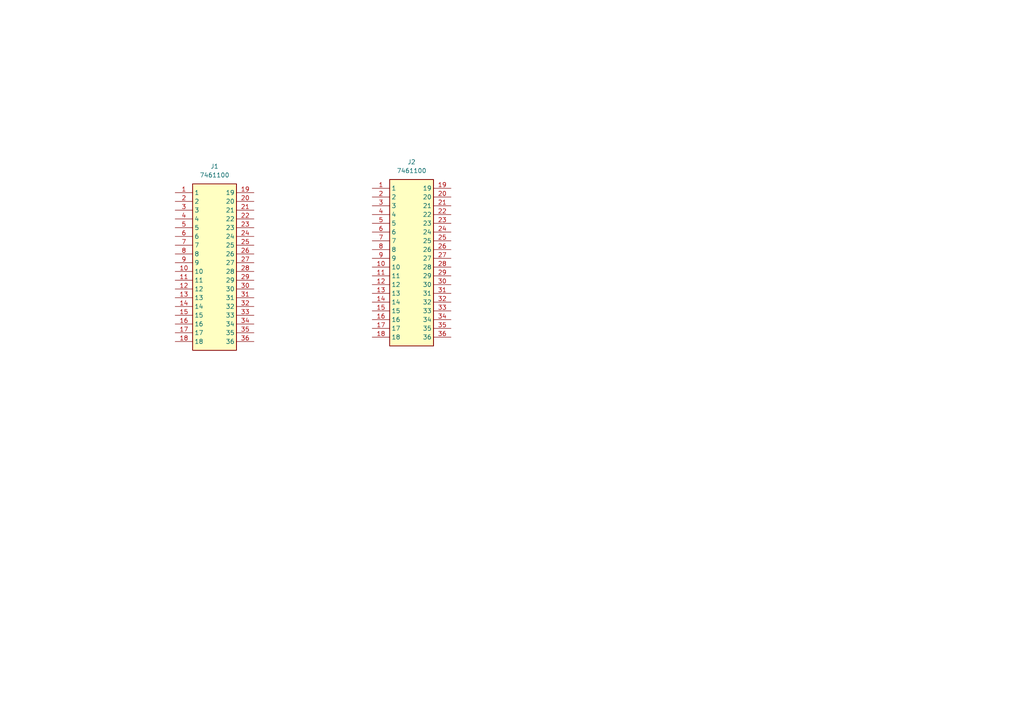
<source format=kicad_sch>
(kicad_sch
	(version 20250114)
	(generator "eeschema")
	(generator_version "9.0")
	(uuid "8122f531-05cc-43d6-80b8-1513f083a1b6")
	(paper "A4")
	(lib_symbols
		(symbol "7461100:7461100"
			(exclude_from_sim no)
			(in_bom yes)
			(on_board yes)
			(property "Reference" "J"
				(at 19.05 7.62 0)
				(effects
					(font
						(size 1.27 1.27)
					)
					(justify left top)
				)
			)
			(property "Value" "7461100"
				(at 19.05 5.08 0)
				(effects
					(font
						(size 1.27 1.27)
					)
					(justify left top)
				)
			)
			(property "Footprint" "TerminalBlock_Wuerth:7461100"
				(at 19.05 -94.92 0)
				(effects
					(font
						(size 1.27 1.27)
					)
					(justify left top)
					(hide yes)
				)
			)
			(property "Datasheet" "https://www.we-online.com/catalog/datasheet/7461100.pdf"
				(at 19.05 -194.92 0)
				(effects
					(font
						(size 1.27 1.27)
					)
					(justify left top)
					(hide yes)
				)
			)
			(property "Description" "WP-SHFU REDCUBE Shank, full  height: 24mm, total height: 27.5mm, thread length: 16mm, pin length: 3.5mm, raster: 2.54mm, REDCUBE Press-Fit, Skin packaging;  M10, thread 16mm"
				(at 0 0 0)
				(effects
					(font
						(size 1.27 1.27)
					)
					(hide yes)
				)
			)
			(property "Height" "24"
				(at 19.05 -394.92 0)
				(effects
					(font
						(size 1.27 1.27)
					)
					(justify left top)
					(hide yes)
				)
			)
			(property "Mouser Part Number" "710-7461100"
				(at 19.05 -494.92 0)
				(effects
					(font
						(size 1.27 1.27)
					)
					(justify left top)
					(hide yes)
				)
			)
			(property "Mouser Price/Stock" "https://www.mouser.co.uk/ProductDetail/Wurth-Elektronik/7461100?qs=lykWx4dhCCFwWsIXWKuJ%2Fg%3D%3D"
				(at 19.05 -594.92 0)
				(effects
					(font
						(size 1.27 1.27)
					)
					(justify left top)
					(hide yes)
				)
			)
			(property "Manufacturer_Name" "Wurth Elektronik"
				(at 19.05 -694.92 0)
				(effects
					(font
						(size 1.27 1.27)
					)
					(justify left top)
					(hide yes)
				)
			)
			(property "Manufacturer_Part_Number" "7461100"
				(at 19.05 -794.92 0)
				(effects
					(font
						(size 1.27 1.27)
					)
					(justify left top)
					(hide yes)
				)
			)
			(symbol "7461100_1_1"
				(rectangle
					(start 5.08 2.54)
					(end 17.78 -45.72)
					(stroke
						(width 0.254)
						(type default)
					)
					(fill
						(type background)
					)
				)
				(pin passive line
					(at 0 0 0)
					(length 5.08)
					(name "1"
						(effects
							(font
								(size 1.27 1.27)
							)
						)
					)
					(number "1"
						(effects
							(font
								(size 1.27 1.27)
							)
						)
					)
				)
				(pin passive line
					(at 0 -2.54 0)
					(length 5.08)
					(name "2"
						(effects
							(font
								(size 1.27 1.27)
							)
						)
					)
					(number "2"
						(effects
							(font
								(size 1.27 1.27)
							)
						)
					)
				)
				(pin passive line
					(at 0 -5.08 0)
					(length 5.08)
					(name "3"
						(effects
							(font
								(size 1.27 1.27)
							)
						)
					)
					(number "3"
						(effects
							(font
								(size 1.27 1.27)
							)
						)
					)
				)
				(pin passive line
					(at 0 -7.62 0)
					(length 5.08)
					(name "4"
						(effects
							(font
								(size 1.27 1.27)
							)
						)
					)
					(number "4"
						(effects
							(font
								(size 1.27 1.27)
							)
						)
					)
				)
				(pin passive line
					(at 0 -10.16 0)
					(length 5.08)
					(name "5"
						(effects
							(font
								(size 1.27 1.27)
							)
						)
					)
					(number "5"
						(effects
							(font
								(size 1.27 1.27)
							)
						)
					)
				)
				(pin passive line
					(at 0 -12.7 0)
					(length 5.08)
					(name "6"
						(effects
							(font
								(size 1.27 1.27)
							)
						)
					)
					(number "6"
						(effects
							(font
								(size 1.27 1.27)
							)
						)
					)
				)
				(pin passive line
					(at 0 -15.24 0)
					(length 5.08)
					(name "7"
						(effects
							(font
								(size 1.27 1.27)
							)
						)
					)
					(number "7"
						(effects
							(font
								(size 1.27 1.27)
							)
						)
					)
				)
				(pin passive line
					(at 0 -17.78 0)
					(length 5.08)
					(name "8"
						(effects
							(font
								(size 1.27 1.27)
							)
						)
					)
					(number "8"
						(effects
							(font
								(size 1.27 1.27)
							)
						)
					)
				)
				(pin passive line
					(at 0 -20.32 0)
					(length 5.08)
					(name "9"
						(effects
							(font
								(size 1.27 1.27)
							)
						)
					)
					(number "9"
						(effects
							(font
								(size 1.27 1.27)
							)
						)
					)
				)
				(pin passive line
					(at 0 -22.86 0)
					(length 5.08)
					(name "10"
						(effects
							(font
								(size 1.27 1.27)
							)
						)
					)
					(number "10"
						(effects
							(font
								(size 1.27 1.27)
							)
						)
					)
				)
				(pin passive line
					(at 0 -25.4 0)
					(length 5.08)
					(name "11"
						(effects
							(font
								(size 1.27 1.27)
							)
						)
					)
					(number "11"
						(effects
							(font
								(size 1.27 1.27)
							)
						)
					)
				)
				(pin passive line
					(at 0 -27.94 0)
					(length 5.08)
					(name "12"
						(effects
							(font
								(size 1.27 1.27)
							)
						)
					)
					(number "12"
						(effects
							(font
								(size 1.27 1.27)
							)
						)
					)
				)
				(pin passive line
					(at 0 -30.48 0)
					(length 5.08)
					(name "13"
						(effects
							(font
								(size 1.27 1.27)
							)
						)
					)
					(number "13"
						(effects
							(font
								(size 1.27 1.27)
							)
						)
					)
				)
				(pin passive line
					(at 0 -33.02 0)
					(length 5.08)
					(name "14"
						(effects
							(font
								(size 1.27 1.27)
							)
						)
					)
					(number "14"
						(effects
							(font
								(size 1.27 1.27)
							)
						)
					)
				)
				(pin passive line
					(at 0 -35.56 0)
					(length 5.08)
					(name "15"
						(effects
							(font
								(size 1.27 1.27)
							)
						)
					)
					(number "15"
						(effects
							(font
								(size 1.27 1.27)
							)
						)
					)
				)
				(pin passive line
					(at 0 -38.1 0)
					(length 5.08)
					(name "16"
						(effects
							(font
								(size 1.27 1.27)
							)
						)
					)
					(number "16"
						(effects
							(font
								(size 1.27 1.27)
							)
						)
					)
				)
				(pin passive line
					(at 0 -40.64 0)
					(length 5.08)
					(name "17"
						(effects
							(font
								(size 1.27 1.27)
							)
						)
					)
					(number "17"
						(effects
							(font
								(size 1.27 1.27)
							)
						)
					)
				)
				(pin passive line
					(at 0 -43.18 0)
					(length 5.08)
					(name "18"
						(effects
							(font
								(size 1.27 1.27)
							)
						)
					)
					(number "18"
						(effects
							(font
								(size 1.27 1.27)
							)
						)
					)
				)
				(pin passive line
					(at 22.86 0 180)
					(length 5.08)
					(name "19"
						(effects
							(font
								(size 1.27 1.27)
							)
						)
					)
					(number "19"
						(effects
							(font
								(size 1.27 1.27)
							)
						)
					)
				)
				(pin passive line
					(at 22.86 -2.54 180)
					(length 5.08)
					(name "20"
						(effects
							(font
								(size 1.27 1.27)
							)
						)
					)
					(number "20"
						(effects
							(font
								(size 1.27 1.27)
							)
						)
					)
				)
				(pin passive line
					(at 22.86 -5.08 180)
					(length 5.08)
					(name "21"
						(effects
							(font
								(size 1.27 1.27)
							)
						)
					)
					(number "21"
						(effects
							(font
								(size 1.27 1.27)
							)
						)
					)
				)
				(pin passive line
					(at 22.86 -7.62 180)
					(length 5.08)
					(name "22"
						(effects
							(font
								(size 1.27 1.27)
							)
						)
					)
					(number "22"
						(effects
							(font
								(size 1.27 1.27)
							)
						)
					)
				)
				(pin passive line
					(at 22.86 -10.16 180)
					(length 5.08)
					(name "23"
						(effects
							(font
								(size 1.27 1.27)
							)
						)
					)
					(number "23"
						(effects
							(font
								(size 1.27 1.27)
							)
						)
					)
				)
				(pin passive line
					(at 22.86 -12.7 180)
					(length 5.08)
					(name "24"
						(effects
							(font
								(size 1.27 1.27)
							)
						)
					)
					(number "24"
						(effects
							(font
								(size 1.27 1.27)
							)
						)
					)
				)
				(pin passive line
					(at 22.86 -15.24 180)
					(length 5.08)
					(name "25"
						(effects
							(font
								(size 1.27 1.27)
							)
						)
					)
					(number "25"
						(effects
							(font
								(size 1.27 1.27)
							)
						)
					)
				)
				(pin passive line
					(at 22.86 -17.78 180)
					(length 5.08)
					(name "26"
						(effects
							(font
								(size 1.27 1.27)
							)
						)
					)
					(number "26"
						(effects
							(font
								(size 1.27 1.27)
							)
						)
					)
				)
				(pin passive line
					(at 22.86 -20.32 180)
					(length 5.08)
					(name "27"
						(effects
							(font
								(size 1.27 1.27)
							)
						)
					)
					(number "27"
						(effects
							(font
								(size 1.27 1.27)
							)
						)
					)
				)
				(pin passive line
					(at 22.86 -22.86 180)
					(length 5.08)
					(name "28"
						(effects
							(font
								(size 1.27 1.27)
							)
						)
					)
					(number "28"
						(effects
							(font
								(size 1.27 1.27)
							)
						)
					)
				)
				(pin passive line
					(at 22.86 -25.4 180)
					(length 5.08)
					(name "29"
						(effects
							(font
								(size 1.27 1.27)
							)
						)
					)
					(number "29"
						(effects
							(font
								(size 1.27 1.27)
							)
						)
					)
				)
				(pin passive line
					(at 22.86 -27.94 180)
					(length 5.08)
					(name "30"
						(effects
							(font
								(size 1.27 1.27)
							)
						)
					)
					(number "30"
						(effects
							(font
								(size 1.27 1.27)
							)
						)
					)
				)
				(pin passive line
					(at 22.86 -30.48 180)
					(length 5.08)
					(name "31"
						(effects
							(font
								(size 1.27 1.27)
							)
						)
					)
					(number "31"
						(effects
							(font
								(size 1.27 1.27)
							)
						)
					)
				)
				(pin passive line
					(at 22.86 -33.02 180)
					(length 5.08)
					(name "32"
						(effects
							(font
								(size 1.27 1.27)
							)
						)
					)
					(number "32"
						(effects
							(font
								(size 1.27 1.27)
							)
						)
					)
				)
				(pin passive line
					(at 22.86 -35.56 180)
					(length 5.08)
					(name "33"
						(effects
							(font
								(size 1.27 1.27)
							)
						)
					)
					(number "33"
						(effects
							(font
								(size 1.27 1.27)
							)
						)
					)
				)
				(pin passive line
					(at 22.86 -38.1 180)
					(length 5.08)
					(name "34"
						(effects
							(font
								(size 1.27 1.27)
							)
						)
					)
					(number "34"
						(effects
							(font
								(size 1.27 1.27)
							)
						)
					)
				)
				(pin passive line
					(at 22.86 -40.64 180)
					(length 5.08)
					(name "35"
						(effects
							(font
								(size 1.27 1.27)
							)
						)
					)
					(number "35"
						(effects
							(font
								(size 1.27 1.27)
							)
						)
					)
				)
				(pin passive line
					(at 22.86 -43.18 180)
					(length 5.08)
					(name "36"
						(effects
							(font
								(size 1.27 1.27)
							)
						)
					)
					(number "36"
						(effects
							(font
								(size 1.27 1.27)
							)
						)
					)
				)
			)
			(embedded_fonts no)
		)
	)
	(symbol
		(lib_id "7461100:7461100")
		(at 50.8 55.88 0)
		(unit 1)
		(exclude_from_sim no)
		(in_bom yes)
		(on_board yes)
		(dnp no)
		(fields_autoplaced yes)
		(uuid "578553c7-9f46-4212-bb00-f72f30b99dce")
		(property "Reference" "J1"
			(at 62.23 48.26 0)
			(effects
				(font
					(size 1.27 1.27)
				)
			)
		)
		(property "Value" "7461100"
			(at 62.23 50.8 0)
			(effects
				(font
					(size 1.27 1.27)
				)
			)
		)
		(property "Footprint" "TerminalBlock_Wuerth:7461100"
			(at 69.85 150.8 0)
			(effects
				(font
					(size 1.27 1.27)
				)
				(justify left top)
				(hide yes)
			)
		)
		(property "Datasheet" "https://www.we-online.com/catalog/datasheet/7461100.pdf"
			(at 69.85 250.8 0)
			(effects
				(font
					(size 1.27 1.27)
				)
				(justify left top)
				(hide yes)
			)
		)
		(property "Description" "WP-SHFU REDCUBE Shank, full  height: 24mm, total height: 27.5mm, thread length: 16mm, pin length: 3.5mm, raster: 2.54mm, REDCUBE Press-Fit, Skin packaging;  M10, thread 16mm"
			(at 50.8 55.88 0)
			(effects
				(font
					(size 1.27 1.27)
				)
				(hide yes)
			)
		)
		(property "Height" "24"
			(at 69.85 450.8 0)
			(effects
				(font
					(size 1.27 1.27)
				)
				(justify left top)
				(hide yes)
			)
		)
		(property "Mouser Part Number" "710-7461100"
			(at 69.85 550.8 0)
			(effects
				(font
					(size 1.27 1.27)
				)
				(justify left top)
				(hide yes)
			)
		)
		(property "Mouser Price/Stock" "https://www.mouser.co.uk/ProductDetail/Wurth-Elektronik/7461100?qs=lykWx4dhCCFwWsIXWKuJ%2Fg%3D%3D"
			(at 69.85 650.8 0)
			(effects
				(font
					(size 1.27 1.27)
				)
				(justify left top)
				(hide yes)
			)
		)
		(property "Manufacturer_Name" "Wurth Elektronik"
			(at 69.85 750.8 0)
			(effects
				(font
					(size 1.27 1.27)
				)
				(justify left top)
				(hide yes)
			)
		)
		(property "Manufacturer_Part_Number" "7461100"
			(at 69.85 850.8 0)
			(effects
				(font
					(size 1.27 1.27)
				)
				(justify left top)
				(hide yes)
			)
		)
		(pin "21"
			(uuid "060fdfb2-a7c9-4b5c-9efa-7fa0ce33e16e")
		)
		(pin "16"
			(uuid "d8e9ab74-4d37-49a2-99db-8004cc8a9420")
		)
		(pin "26"
			(uuid "d05ce550-cfff-43c7-9de9-c5612744e101")
		)
		(pin "3"
			(uuid "597fc23c-2562-4b44-9be1-d4dcf9c4adde")
		)
		(pin "8"
			(uuid "2178ed20-4d81-4a04-9f1c-58911c77e24a")
		)
		(pin "13"
			(uuid "f1d2c081-c3aa-463a-8a88-b194494d6a97")
		)
		(pin "27"
			(uuid "cbf16f8d-7b3f-4017-88be-06fedae3c7e5")
		)
		(pin "4"
			(uuid "cc53da1f-def3-4530-afa6-e7945eb23646")
		)
		(pin "22"
			(uuid "ddb2de65-09a0-4df1-910e-1db6e3a2be58")
		)
		(pin "5"
			(uuid "1fb1d865-401e-43b4-ab32-3c192b266a26")
		)
		(pin "17"
			(uuid "d08c0e34-815e-48fc-9bb3-728aa2b7d677")
		)
		(pin "15"
			(uuid "d8cb36c9-0ee3-4ff4-a91e-1d1532f3dc06")
		)
		(pin "23"
			(uuid "7fb1290d-2f19-430a-a902-16dcf1c7b667")
		)
		(pin "11"
			(uuid "89ff06c3-da83-43c2-a1b1-9b2838c226e7")
		)
		(pin "20"
			(uuid "f1b883a9-e249-416a-b31b-b874cfe1e511")
		)
		(pin "10"
			(uuid "2912b7c2-a4f7-4f39-af77-244432afec93")
		)
		(pin "1"
			(uuid "b89162ea-16a6-43d6-90fd-00e5a58d1df2")
		)
		(pin "7"
			(uuid "c8a90f2b-6736-4565-ab5e-06f9f2748891")
		)
		(pin "18"
			(uuid "7c9e2f19-5ee1-4bbe-887e-d0c02dfeb462")
		)
		(pin "9"
			(uuid "710d17d6-fa40-44a7-ab4e-e4f5ccb93ecc")
		)
		(pin "6"
			(uuid "000a2258-59fd-4371-b89d-f9490b17c293")
		)
		(pin "14"
			(uuid "ce79a499-60f0-4155-b400-7c8d948b67ec")
		)
		(pin "2"
			(uuid "67e17846-461b-47a7-afbd-cb1f4761659c")
		)
		(pin "12"
			(uuid "c5468218-a50e-4b6e-9e68-6c85c5c81e1f")
		)
		(pin "19"
			(uuid "2d8e636f-419f-441c-96b8-3cf5f2fede4b")
		)
		(pin "24"
			(uuid "80a8f6d2-2df6-4223-8e89-492905d42e88")
		)
		(pin "25"
			(uuid "23d1c25b-53c1-4195-b53d-4c663863cf92")
		)
		(pin "28"
			(uuid "8bb38cc2-d4ad-403f-b7e5-226d6b6f61d2")
		)
		(pin "32"
			(uuid "223a15e4-639b-4725-83d5-d763b616c4ca")
		)
		(pin "35"
			(uuid "d3ab6ff0-efaa-474d-93ca-fc0d5447afda")
		)
		(pin "34"
			(uuid "f279c3b3-f0d7-4460-9959-48b0ab33ac17")
		)
		(pin "36"
			(uuid "6ad26292-4c04-4ed0-9024-e216a8ea17a5")
		)
		(pin "30"
			(uuid "ad22f452-0fe0-4bba-aa98-08dd46643f5f")
		)
		(pin "33"
			(uuid "5171a632-21b4-4964-9afd-a0fb616f599e")
		)
		(pin "31"
			(uuid "440f2350-0b14-4771-8667-6e9665cfccc3")
		)
		(pin "29"
			(uuid "ea0e4b94-2832-4147-b75f-7024abbc8fbc")
		)
		(instances
			(project ""
				(path "/8122f531-05cc-43d6-80b8-1513f083a1b6"
					(reference "J1")
					(unit 1)
				)
			)
		)
	)
	(symbol
		(lib_id "7461100:7461100")
		(at 107.95 54.61 0)
		(unit 1)
		(exclude_from_sim no)
		(in_bom yes)
		(on_board yes)
		(dnp no)
		(fields_autoplaced yes)
		(uuid "fb8f28b8-e7c9-4908-b5a2-c42e7375b704")
		(property "Reference" "J2"
			(at 119.38 46.99 0)
			(effects
				(font
					(size 1.27 1.27)
				)
			)
		)
		(property "Value" "7461100"
			(at 119.38 49.53 0)
			(effects
				(font
					(size 1.27 1.27)
				)
			)
		)
		(property "Footprint" "TerminalBlock_Wuerth:7461100"
			(at 127 149.53 0)
			(effects
				(font
					(size 1.27 1.27)
				)
				(justify left top)
				(hide yes)
			)
		)
		(property "Datasheet" "https://www.we-online.com/catalog/datasheet/7461100.pdf"
			(at 127 249.53 0)
			(effects
				(font
					(size 1.27 1.27)
				)
				(justify left top)
				(hide yes)
			)
		)
		(property "Description" "WP-SHFU REDCUBE Shank, full  height: 24mm, total height: 27.5mm, thread length: 16mm, pin length: 3.5mm, raster: 2.54mm, REDCUBE Press-Fit, Skin packaging;  M10, thread 16mm"
			(at 107.95 54.61 0)
			(effects
				(font
					(size 1.27 1.27)
				)
				(hide yes)
			)
		)
		(property "Height" "24"
			(at 127 449.53 0)
			(effects
				(font
					(size 1.27 1.27)
				)
				(justify left top)
				(hide yes)
			)
		)
		(property "Mouser Part Number" "710-7461100"
			(at 127 549.53 0)
			(effects
				(font
					(size 1.27 1.27)
				)
				(justify left top)
				(hide yes)
			)
		)
		(property "Mouser Price/Stock" "https://www.mouser.co.uk/ProductDetail/Wurth-Elektronik/7461100?qs=lykWx4dhCCFwWsIXWKuJ%2Fg%3D%3D"
			(at 127 649.53 0)
			(effects
				(font
					(size 1.27 1.27)
				)
				(justify left top)
				(hide yes)
			)
		)
		(property "Manufacturer_Name" "Wurth Elektronik"
			(at 127 749.53 0)
			(effects
				(font
					(size 1.27 1.27)
				)
				(justify left top)
				(hide yes)
			)
		)
		(property "Manufacturer_Part_Number" "7461100"
			(at 127 849.53 0)
			(effects
				(font
					(size 1.27 1.27)
				)
				(justify left top)
				(hide yes)
			)
		)
		(pin "21"
			(uuid "f9f09013-557b-4e62-a190-c680e43f3c34")
		)
		(pin "16"
			(uuid "4436ed72-dc5f-443e-9f44-48b8c2f635bb")
		)
		(pin "26"
			(uuid "15d36479-737c-4bcc-b8be-04b3fc5854bf")
		)
		(pin "3"
			(uuid "61c20322-e9fd-4cb2-b6b3-99264573fb88")
		)
		(pin "8"
			(uuid "c7f1637e-63ef-4e8a-b66b-72b90c8ef36d")
		)
		(pin "13"
			(uuid "2e68a196-3d81-408e-908a-7b9c8a3b467e")
		)
		(pin "27"
			(uuid "50df2355-cf98-4dbe-973b-9df0ac52d881")
		)
		(pin "4"
			(uuid "98abd8e6-f05b-4173-873e-0374f82839a7")
		)
		(pin "22"
			(uuid "43be8202-f9ad-482d-ae2e-0cdc318bf503")
		)
		(pin "5"
			(uuid "64cfba11-8763-4a5c-98ee-301eec1704c1")
		)
		(pin "17"
			(uuid "9a97b530-4aa4-4cc0-adf4-6fcb8a7542dc")
		)
		(pin "15"
			(uuid "62182dd2-c962-41bd-8467-95d4dce40e0f")
		)
		(pin "23"
			(uuid "9f6ba3f7-a078-4aba-8d6a-614673cc8291")
		)
		(pin "11"
			(uuid "56fa26f1-96ef-49e2-ab51-607ce7dbbad0")
		)
		(pin "20"
			(uuid "7714a33c-5124-4a37-ae59-786e7a93b8d7")
		)
		(pin "10"
			(uuid "959cc8c6-31cf-462c-a4f2-da927026fe6c")
		)
		(pin "1"
			(uuid "378af466-3451-42b8-a53b-7ad3b8b97ebe")
		)
		(pin "7"
			(uuid "8520094a-7529-4256-b4b8-ddec7c80d068")
		)
		(pin "18"
			(uuid "94f9476f-541c-4397-a96c-e89d92642432")
		)
		(pin "9"
			(uuid "4c700d13-9824-471c-91b4-29740dbbc732")
		)
		(pin "6"
			(uuid "fb1c09b6-5505-4ba9-99a8-f10fe8f425c2")
		)
		(pin "14"
			(uuid "d9701d76-abed-4948-bbe9-ca122e68968a")
		)
		(pin "2"
			(uuid "05b620ba-2159-49fd-99ce-0baafe54cd6f")
		)
		(pin "12"
			(uuid "f41e84dd-b79f-45c6-b57d-5f6809fda67c")
		)
		(pin "19"
			(uuid "e0d0852a-254e-4778-870c-7a4d6ca552bd")
		)
		(pin "24"
			(uuid "87032a54-64f5-44e7-9bc3-4d2816522c4a")
		)
		(pin "25"
			(uuid "1e396390-d07b-4731-bb6e-0eeff473088f")
		)
		(pin "28"
			(uuid "791787d1-d728-4ae2-a91e-824f35617529")
		)
		(pin "32"
			(uuid "c1f7c711-2c45-45a6-9615-fbff85fac88b")
		)
		(pin "35"
			(uuid "d486f35b-2b5e-4bb0-815e-091ca5ae9efe")
		)
		(pin "34"
			(uuid "e6aa4c00-2c9a-4fbe-95b4-51f0f518f863")
		)
		(pin "36"
			(uuid "477620ef-34ec-46bd-af6c-c690f7ead801")
		)
		(pin "30"
			(uuid "0103c480-f668-4ef4-a376-a2c64ba87d2f")
		)
		(pin "33"
			(uuid "044a1cf3-c5e1-42ca-b98c-6b4c803451d0")
		)
		(pin "31"
			(uuid "eb449a9b-b1fd-45a4-8399-842be7dedef2")
		)
		(pin "29"
			(uuid "f2ea1d3b-4681-456e-b5a3-604c531755e2")
		)
		(instances
			(project "busbar"
				(path "/8122f531-05cc-43d6-80b8-1513f083a1b6"
					(reference "J2")
					(unit 1)
				)
			)
		)
	)
	(sheet_instances
		(path "/"
			(page "1")
		)
	)
	(embedded_fonts no)
)

</source>
